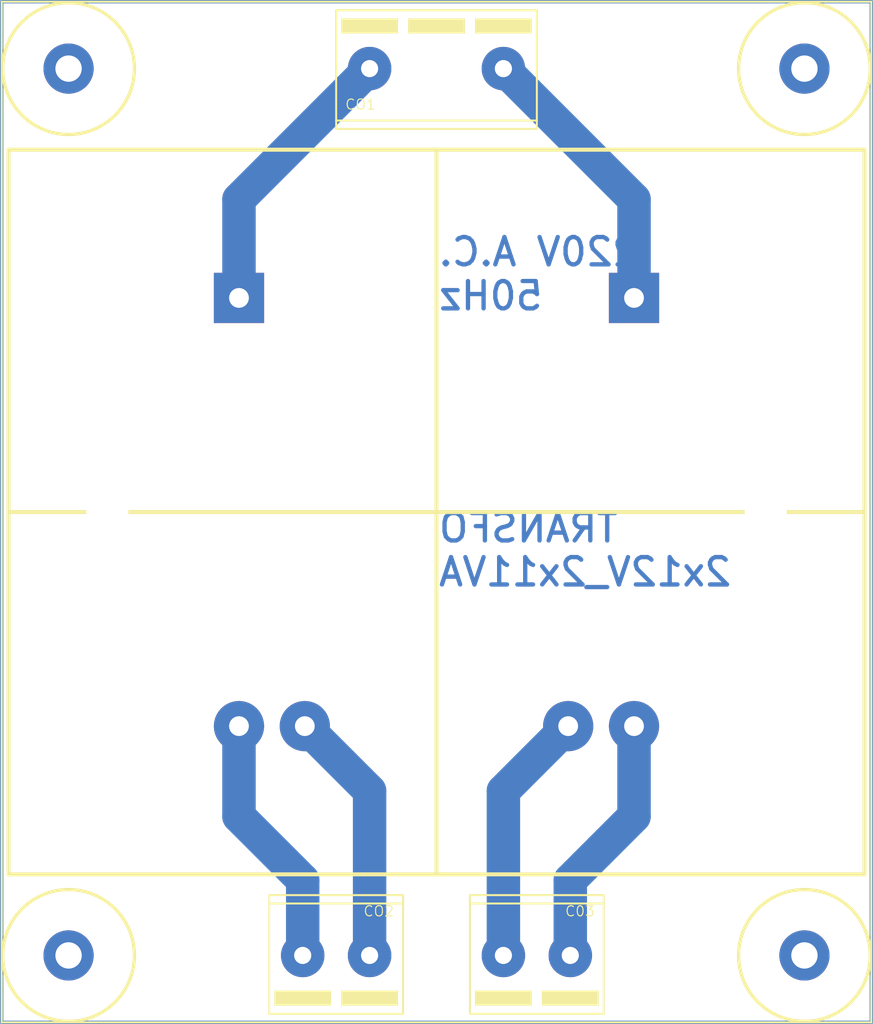
<source format=kicad_pcb>
(kicad_pcb (version 20171130) (host pcbnew "(5.1.2)-1")

  (general
    (thickness 1.6)
    (drawings 10)
    (tracks 22)
    (zones 0)
    (modules 4)
    (nets 12)
  )

  (page A4)
  (layers
    (0 Top signal)
    (31 Bottom signal)
    (32 B.Adhes user)
    (33 F.Adhes user)
    (34 B.Paste user)
    (35 F.Paste user)
    (36 B.SilkS user)
    (37 F.SilkS user)
    (38 B.Mask user)
    (39 F.Mask user)
    (40 Dwgs.User user)
    (41 Cmts.User user)
    (42 Eco1.User user)
    (43 Eco2.User user)
    (44 Edge.Cuts user)
    (45 Margin user)
    (46 B.CrtYd user)
    (47 F.CrtYd user)
    (48 B.Fab user)
    (49 F.Fab user)
  )

  (setup
    (last_trace_width 0.25)
    (trace_clearance 0.2)
    (zone_clearance 0.508)
    (zone_45_only no)
    (trace_min 0.2)
    (via_size 0.8)
    (via_drill 0.4)
    (via_min_size 0.4)
    (via_min_drill 0.3)
    (uvia_size 0.3)
    (uvia_drill 0.1)
    (uvias_allowed no)
    (uvia_min_size 0.2)
    (uvia_min_drill 0.1)
    (edge_width 0.05)
    (segment_width 0.2)
    (pcb_text_width 0.3)
    (pcb_text_size 1.5 1.5)
    (mod_edge_width 0.12)
    (mod_text_size 1 1)
    (mod_text_width 0.15)
    (pad_size 1.524 1.524)
    (pad_drill 0.762)
    (pad_to_mask_clearance 0.051)
    (solder_mask_min_width 0.25)
    (aux_axis_origin 0 0)
    (visible_elements FFFFFF7F)
    (pcbplotparams
      (layerselection 0x010fc_ffffffff)
      (usegerberextensions false)
      (usegerberattributes false)
      (usegerberadvancedattributes false)
      (creategerberjobfile false)
      (excludeedgelayer true)
      (linewidth 0.100000)
      (plotframeref false)
      (viasonmask false)
      (mode 1)
      (useauxorigin false)
      (hpglpennumber 1)
      (hpglpenspeed 20)
      (hpglpendiameter 15.000000)
      (psnegative false)
      (psa4output false)
      (plotreference true)
      (plotvalue true)
      (plotinvisibletext false)
      (padsonsilk false)
      (subtractmaskfromsilk false)
      (outputformat 1)
      (mirror false)
      (drillshape 1)
      (scaleselection 1)
      (outputdirectory ""))
  )

  (net 0 "")
  (net 1 S$8)
  (net 2 S$1)
  (net 3 S$2)
  (net 4 S$4)
  (net 5 S$5)
  (net 6 S$3)
  (net 7 S$6)
  (net 8 S$7)
  (net 9 S$9)
  (net 10 S$10)
  (net 11 S$11)

  (net_class Default "This is the default net class."
    (clearance 0.2)
    (trace_width 0.25)
    (via_dia 0.8)
    (via_drill 0.4)
    (uvia_dia 0.3)
    (uvia_drill 0.1)
    (add_net S$1)
    (add_net S$10)
    (add_net S$11)
    (add_net S$2)
    (add_net S$3)
    (add_net S$4)
    (add_net S$5)
    (add_net S$6)
    (add_net S$7)
    (add_net S$8)
    (add_net S$9)
  )

  (module PCB_LoicR_Transfo2x12V_11VA:MKDS02 (layer Top) (tedit 0) (tstamp 6107F35C)
    (at 173.9011 99.9236 180)
    (fp_text reference CO2 (at -4.445 3.81 180) (layer F.SilkS)
      (effects (font (size 0.77216 0.77216) (thickness 0.08128)) (justify right top))
    )
    (fp_text value "" (at 0 3.81 180) (layer F.Fab)
      (effects (font (size 0.77216 0.77216) (thickness 0.08128)) (justify right top))
    )
    (fp_poly (pts (xy -4.699 -2.667) (xy -0.381 -2.667) (xy -0.381 -3.81) (xy -4.699 -3.81)) (layer F.SilkS) (width 0))
    (fp_poly (pts (xy 0.381 -2.667) (xy 4.699 -2.667) (xy 4.699 -3.81) (xy 0.381 -3.81)) (layer F.SilkS) (width 0))
    (fp_text user 2 (at 3.683 -1.778 180) (layer F.Fab)
      (effects (font (size 0.95 0.95) (thickness 0.1)) (justify left bottom))
    )
    (fp_text user 1 (at -1.27 -1.778 180) (layer F.Fab)
      (effects (font (size 0.95 0.95) (thickness 0.1)) (justify left bottom))
    )
    (fp_circle (center 2.54 0) (end 4.445 0) (layer F.Fab) (width 0.1524))
    (fp_circle (center 2.54 0) (end 4.064 0) (layer F.Fab) (width 0.254))
    (fp_circle (center -2.54 0) (end -0.635 0) (layer F.Fab) (width 0.1524))
    (fp_circle (center -2.54 0) (end -1.016 0) (layer F.Fab) (width 0.254))
    (fp_line (start -5.08 -4.429) (end 5.08 -4.429) (layer F.SilkS) (width 0.1524))
    (fp_line (start 5.08 -4.429) (end 5.08 3.942) (layer F.SilkS) (width 0.1524))
    (fp_line (start -5.08 -4.429) (end -5.08 3.942) (layer F.SilkS) (width 0.1524))
    (fp_line (start 1.6002 0.9144) (end 3.4544 -0.9398) (layer F.Fab) (width 0.6096))
    (fp_line (start 5.08 3.942) (end 5.08 4.577) (layer F.SilkS) (width 0.1524))
    (fp_line (start -5.08 3.942) (end 5.08 3.942) (layer F.SilkS) (width 0.1524))
    (fp_line (start -5.08 4.577) (end 5.08 4.577) (layer F.SilkS) (width 0.1524))
    (fp_line (start -3.4798 0.9144) (end -1.6256 -0.9398) (layer F.Fab) (width 0.6096))
    (fp_line (start -5.08 3.942) (end -5.08 4.577) (layer F.SilkS) (width 0.1524))
    (pad 2 thru_hole circle (at 2.54 0 270) (size 3.302 3.302) (drill 1.3) (layers *.Cu *.Mask)
      (net 9 S$9) (solder_mask_margin 0.1016))
    (pad 1 thru_hole circle (at -2.54 0 270) (size 3.302 3.302) (drill 1.3) (layers *.Cu *.Mask)
      (net 8 S$7) (solder_mask_margin 0.1016))
  )

  (module PCB_LoicR_Transfo2x12V_11VA:MKDS02 (layer Top) (tedit 0) (tstamp 6107F372)
    (at 189.1411 99.9236 180)
    (fp_text reference C03 (at -4.445 3.81 180) (layer F.SilkS)
      (effects (font (size 0.77216 0.77216) (thickness 0.08128)) (justify right top))
    )
    (fp_text value "" (at 0 3.81 180) (layer F.Fab)
      (effects (font (size 0.77216 0.77216) (thickness 0.08128)) (justify right top))
    )
    (fp_poly (pts (xy -4.699 -2.667) (xy -0.381 -2.667) (xy -0.381 -3.81) (xy -4.699 -3.81)) (layer F.SilkS) (width 0))
    (fp_poly (pts (xy 0.381 -2.667) (xy 4.699 -2.667) (xy 4.699 -3.81) (xy 0.381 -3.81)) (layer F.SilkS) (width 0))
    (fp_text user 2 (at 3.683 -1.778 180) (layer F.Fab)
      (effects (font (size 0.95 0.95) (thickness 0.1)) (justify left bottom))
    )
    (fp_text user 1 (at -1.27 -1.778 180) (layer F.Fab)
      (effects (font (size 0.95 0.95) (thickness 0.1)) (justify left bottom))
    )
    (fp_circle (center 2.54 0) (end 4.445 0) (layer F.Fab) (width 0.1524))
    (fp_circle (center 2.54 0) (end 4.064 0) (layer F.Fab) (width 0.254))
    (fp_circle (center -2.54 0) (end -0.635 0) (layer F.Fab) (width 0.1524))
    (fp_circle (center -2.54 0) (end -1.016 0) (layer F.Fab) (width 0.254))
    (fp_line (start -5.08 -4.429) (end 5.08 -4.429) (layer F.SilkS) (width 0.1524))
    (fp_line (start 5.08 -4.429) (end 5.08 3.942) (layer F.SilkS) (width 0.1524))
    (fp_line (start -5.08 -4.429) (end -5.08 3.942) (layer F.SilkS) (width 0.1524))
    (fp_line (start 1.6002 0.9144) (end 3.4544 -0.9398) (layer F.Fab) (width 0.6096))
    (fp_line (start 5.08 3.942) (end 5.08 4.577) (layer F.SilkS) (width 0.1524))
    (fp_line (start -5.08 3.942) (end 5.08 3.942) (layer F.SilkS) (width 0.1524))
    (fp_line (start -5.08 4.577) (end 5.08 4.577) (layer F.SilkS) (width 0.1524))
    (fp_line (start -3.4798 0.9144) (end -1.6256 -0.9398) (layer F.Fab) (width 0.6096))
    (fp_line (start -5.08 3.942) (end -5.08 4.577) (layer F.SilkS) (width 0.1524))
    (pad 2 thru_hole circle (at 2.54 0 270) (size 3.302 3.302) (drill 1.3) (layers *.Cu *.Mask)
      (net 10 S$10) (solder_mask_margin 0.1016))
    (pad 1 thru_hole circle (at -2.54 0 270) (size 3.302 3.302) (drill 1.3) (layers *.Cu *.Mask)
      (net 11 S$11) (solder_mask_margin 0.1016))
  )

  (module PCB_LoicR_Transfo2x12V_11VA:MKDS03-1 (layer Top) (tedit 0) (tstamp 6107F388)
    (at 181.5211 32.6136)
    (fp_text reference CO1 (at -6.985 3.175) (layer F.SilkS)
      (effects (font (size 0.77216 0.77216) (thickness 0.08128)) (justify left bottom))
    )
    (fp_text value "" (at 2.54 3.175) (layer F.Fab)
      (effects (font (size 0.77216 0.77216) (thickness 0.08128)) (justify left bottom))
    )
    (fp_poly (pts (xy 2.921 -2.667) (xy 7.239 -2.667) (xy 7.239 -3.81) (xy 2.921 -3.81)) (layer F.SilkS) (width 0))
    (fp_poly (pts (xy -7.239 -2.667) (xy -2.921 -2.667) (xy -2.921 -3.81) (xy -7.239 -3.81)) (layer F.SilkS) (width 0))
    (fp_poly (pts (xy -2.159 -2.667) (xy 2.159 -2.667) (xy 2.159 -3.81) (xy -2.159 -3.81)) (layer F.SilkS) (width 0))
    (fp_text user 3 (at 6.223 -1.778) (layer F.Fab)
      (effects (font (size 0.95 0.95) (thickness 0.1)) (justify left bottom))
    )
    (fp_text user 1 (at -3.81 -1.778) (layer F.Fab)
      (effects (font (size 0.95 0.95) (thickness 0.1)) (justify left bottom))
    )
    (fp_circle (center 5.08 0) (end 6.604 0) (layer F.Fab) (width 0.254))
    (fp_circle (center 5.08 0) (end 6.985 0) (layer F.Fab) (width 0.1524))
    (fp_circle (center -5.08 0) (end -3.175 0) (layer F.Fab) (width 0.1524))
    (fp_circle (center -5.08 0) (end -3.556 0) (layer F.Fab) (width 0.254))
    (fp_line (start 4.1402 0.9144) (end 5.9944 -0.9398) (layer F.Fab) (width 0.6096))
    (fp_line (start -7.62 -4.429) (end 7.62 -4.429) (layer F.SilkS) (width 0.1524))
    (fp_line (start 7.62 -4.429) (end 7.62 3.942) (layer F.SilkS) (width 0.1524))
    (fp_line (start -7.62 -4.429) (end -7.62 3.942) (layer F.SilkS) (width 0.1524))
    (fp_line (start 7.62 3.942) (end 7.62 4.577) (layer F.SilkS) (width 0.1524))
    (fp_line (start -7.62 3.942) (end 7.62 3.942) (layer F.SilkS) (width 0.1524))
    (fp_line (start -7.62 4.577) (end 7.62 4.577) (layer F.SilkS) (width 0.1524))
    (fp_line (start -6.0198 0.9144) (end -4.1656 -0.9398) (layer F.Fab) (width 0.6096))
    (fp_line (start -7.62 3.942) (end -7.62 4.577) (layer F.SilkS) (width 0.1524))
    (pad 3 thru_hole circle (at 5.08 0 90) (size 3.302 3.302) (drill 1.3) (layers *.Cu *.Mask)
      (net 7 S$6) (solder_mask_margin 0.1016))
    (pad 1 thru_hole circle (at -5.08 0 90) (size 3.302 3.302) (drill 1.3) (layers *.Cu *.Mask)
      (net 6 S$3) (solder_mask_margin 0.1016))
  )

  (module PCB_LoicR_Transfo2x12V_11VA:MYRRA_2X12V_11VA (layer Top) (tedit 0) (tstamp 6107F39F)
    (at 181.5211 66.2686 180)
    (fp_text reference E$1 (at 0 0 180) (layer F.SilkS) hide
      (effects (font (size 1.27 1.27) (thickness 0.15)) (justify right top))
    )
    (fp_text value "" (at 0 0 180) (layer F.SilkS) hide
      (effects (font (size 1.27 1.27) (thickness 0.15)) (justify right top))
    )
    (fp_text user 11 (at 16 -11 180) (layer Dwgs.User)
      (effects (font (size 2.413 2.413) (thickness 0.381)) (justify mirror))
    )
    (fp_text user 12 (at 8.5 -11 180) (layer Dwgs.User)
      (effects (font (size 2.413 2.413) (thickness 0.381)) (justify mirror))
    )
    (fp_text user 13 (at -9 -11 180) (layer Dwgs.User)
      (effects (font (size 2.413 2.413) (thickness 0.381)) (justify mirror))
    )
    (fp_text user 14 (at -16.5 -11 180) (layer Dwgs.User)
      (effects (font (size 2.413 2.413) (thickness 0.381)) (justify mirror))
    )
    (fp_text user 7 (at 15 11 180) (layer Dwgs.User)
      (effects (font (size 2.413 2.413) (thickness 0.381)) (justify mirror))
    )
    (fp_text user 1 (at -15 10.75 180) (layer Dwgs.User)
      (effects (font (size 2.413 2.413) (thickness 0.381)) (justify mirror))
    )
    (fp_line (start 0 27.5) (end 0 -27.5) (layer F.SilkS) (width 0.3048))
    (fp_line (start 32.5 0) (end -32.5 0) (layer F.SilkS) (width 0.3048))
    (fp_line (start -32.5 0) (end -32.5 -27.5) (layer F.SilkS) (width 0.3048))
    (fp_line (start -32.5 27.5) (end -32.5 0) (layer F.SilkS) (width 0.3048))
    (fp_line (start 0 -27.5) (end -32.5 -27.5) (layer F.SilkS) (width 0.3048))
    (fp_line (start 32.5 -27.5) (end 0 -27.5) (layer F.SilkS) (width 0.3048))
    (fp_line (start 32.5 0) (end 32.5 -27.5) (layer F.SilkS) (width 0.3048))
    (fp_line (start 32.5 27.5) (end 32.5 0) (layer F.SilkS) (width 0.3048))
    (fp_line (start 0 27.5) (end 32.5 27.5) (layer F.SilkS) (width 0.3048))
    (fp_line (start -32.5 27.5) (end 0 27.5) (layer F.SilkS) (width 0.3048))
    (pad "" np_thru_hole circle (at 25 0 180) (size 3.2 3.2) (drill 3.2) (layers *.Cu *.Mask))
    (pad "" np_thru_hole circle (at -25 0 180) (size 3.2 3.2) (drill 3.2) (layers *.Cu *.Mask))
    (pad P$8 thru_hole circle (at 25 0 180) (size 3 3) (drill 1.6) (layers *.Cu *.Mask)
      (solder_mask_margin 0.1016))
    (pad P$7 thru_hole circle (at -25 0 180) (size 3 3) (drill 1.6) (layers *.Cu *.Mask)
      (solder_mask_margin 0.1016))
    (pad P$6 thru_hole circle (at 10 -16.25 180) (size 3.81 3.81) (drill 1.5) (layers *.Cu *.Mask)
      (net 8 S$7) (solder_mask_margin 0.1016))
    (pad P$5 thru_hole circle (at 15 -16.25 180) (size 3.81 3.81) (drill 1.5) (layers *.Cu *.Mask)
      (net 9 S$9) (solder_mask_margin 0.1016))
    (pad P$4 thru_hole circle (at -10 -16.25 180) (size 3.81 3.81) (drill 1.5) (layers *.Cu *.Mask)
      (net 10 S$10) (solder_mask_margin 0.1016))
    (pad P$3 thru_hole circle (at -15 -16.25 180) (size 3.81 3.81) (drill 1.5) (layers *.Cu *.Mask)
      (net 11 S$11) (solder_mask_margin 0.1016))
    (pad P$2 thru_hole rect (at 15 16.25 180) (size 3.81 3.81) (drill 1.5) (layers *.Cu *.Mask)
      (net 6 S$3) (solder_mask_margin 0.1016))
    (pad P$1 thru_hole rect (at -15 16.25 180) (size 3.81 3.81) (drill 1.5) (layers *.Cu *.Mask)
      (net 7 S$6) (solder_mask_margin 0.1016))
  )

  (gr_circle (center 153.5811 32.6136) (end 158.5811 32.6136) (layer F.SilkS) (width 0.254) (tstamp 2CE225C0))
  (gr_circle (center 209.4611 32.6136) (end 214.4611 32.6136) (layer F.SilkS) (width 0.254) (tstamp 2CE223E0))
  (gr_circle (center 153.5811 99.9236) (end 158.5811 99.9236) (layer F.SilkS) (width 0.254) (tstamp 2CE22700))
  (gr_circle (center 209.4611 99.9236) (end 214.4611 99.9236) (layer F.SilkS) (width 0.254) (tstamp 2CE227A0))
  (gr_line (start 148.5011 27.5336) (end 214.5411 27.5336) (layer F.SilkS) (width 0.15) (tstamp 2CE22CA0))
  (gr_line (start 214.5411 27.5336) (end 214.5411 105.0036) (layer F.SilkS) (width 0.15) (tstamp 2CE228E0))
  (gr_line (start 214.5411 105.0036) (end 148.5011 105.0036) (layer F.SilkS) (width 0.15) (tstamp 2CE21D00))
  (gr_line (start 148.5011 105.0036) (end 148.5011 27.5336) (layer F.SilkS) (width 0.15) (tstamp 2CE219E0))
  (gr_text "TRANSFO\n2x12V_2x11VA" (at 181.5211 66.2686) (layer Bottom) (tstamp 2CE21E40)
    (effects (font (size 2.07518 2.07518) (thickness 0.32766)) (justify right top mirror))
  )
  (gr_text "220V A.C.\n50Hz" (at 181.5211 45.3136) (layer Bottom) (tstamp 2CE22980)
    (effects (font (size 2.07518 2.07518) (thickness 0.32766)) (justify right top mirror))
  )

  (segment (start 148.5011 105.0036) (end 214.5411 105.0036) (width 0.254) (layer Bottom) (net 1) (tstamp 2CF9C990))
  (segment (start 214.5411 105.0036) (end 214.5411 27.5336) (width 0.254) (layer Bottom) (net 1) (tstamp 2CF9D430))
  (segment (start 214.5411 27.5336) (end 148.5011 27.5336) (width 0.254) (layer Bottom) (net 1) (tstamp 2CF9DC50))
  (segment (start 148.5011 27.5336) (end 148.5011 105.0036) (width 0.254) (layer Bottom) (net 1) (tstamp 2CF9D4D0))
  (via (at 153.5811 32.6136) (size 3.81) (drill 2) (layers Top Bottom) (net 2) (tstamp 2CF9CC10))
  (via (at 209.4611 32.6136) (size 3.81) (drill 2) (layers Top Bottom) (net 3) (tstamp 2CF9CCB0))
  (via (at 153.5811 99.9236) (size 3.81) (drill 2) (layers Top Bottom) (net 4) (tstamp 2CF9D7F0))
  (via (at 209.4611 99.9236) (size 3.81) (drill 2) (layers Top Bottom) (net 5) (tstamp 2CF9CDF0))
  (segment (start 166.5211 50.0186) (end 166.5211 42.5336) (width 2.54) (layer Bottom) (net 6) (tstamp 2CFA8690))
  (segment (start 166.5211 42.5336) (end 176.4411 32.6136) (width 2.54) (layer Bottom) (net 6) (tstamp 2CFA7470))
  (segment (start 196.5211 50.0186) (end 196.5211 42.5336) (width 2.54) (layer Bottom) (net 7) (tstamp 2CFA7150))
  (segment (start 196.5211 42.5336) (end 186.6011 32.6136) (width 2.54) (layer Bottom) (net 7) (tstamp 2CFA62F0))
  (segment (start 171.5211 82.5186) (end 176.4411 87.4386) (width 2.54) (layer Bottom) (net 8) (tstamp 2CFA73D0))
  (segment (start 176.4411 87.4386) (end 176.4411 99.9236) (width 2.54) (layer Bottom) (net 8) (tstamp 2CFA69D0))
  (segment (start 166.5211 82.5186) (end 166.5211 89.3686) (width 2.54) (layer Bottom) (net 9) (tstamp 2CFA8370))
  (segment (start 166.5211 89.3686) (end 171.3611 94.2086) (width 2.54) (layer Bottom) (net 9) (tstamp 2CFA6D90))
  (segment (start 171.3611 94.2086) (end 171.3611 99.9236) (width 2.54) (layer Bottom) (net 9) (tstamp 2CFA7AB0))
  (segment (start 191.5211 82.5186) (end 186.6011 87.4386) (width 2.54) (layer Bottom) (net 10) (tstamp 2CFA76F0))
  (segment (start 186.6011 87.4386) (end 186.6011 99.9236) (width 2.54) (layer Bottom) (net 10) (tstamp 2CFA85F0))
  (segment (start 196.5211 82.5186) (end 196.5211 89.3686) (width 2.54) (layer Bottom) (net 11) (tstamp 2CFA7510))
  (segment (start 196.5211 89.3686) (end 191.6811 94.2086) (width 2.54) (layer Bottom) (net 11) (tstamp 2CFA7970))
  (segment (start 191.6811 94.2086) (end 191.6811 99.9236) (width 2.54) (layer Bottom) (net 11) (tstamp 2CFA6B10))

)

</source>
